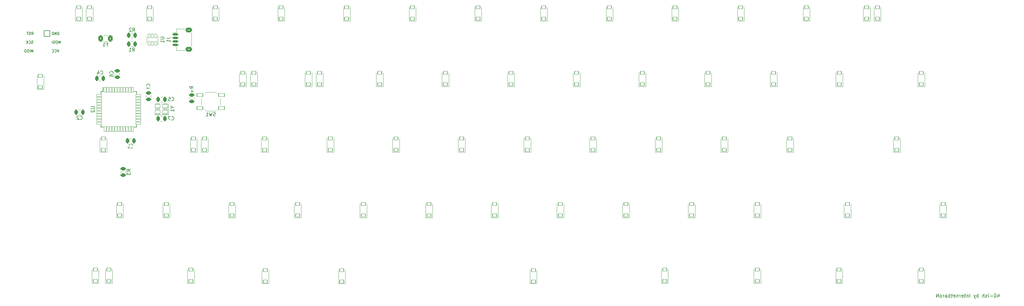
<source format=gbr>
%TF.GenerationSoftware,KiCad,Pcbnew,(6.0.6)*%
%TF.CreationDate,2022-07-22T23:56:38+02:00*%
%TF.ProjectId,bakeneko-60-pcb,62616b65-6e65-46b6-9f2d-36302d706362,rev?*%
%TF.SameCoordinates,Original*%
%TF.FileFunction,Legend,Bot*%
%TF.FilePolarity,Positive*%
%FSLAX46Y46*%
G04 Gerber Fmt 4.6, Leading zero omitted, Abs format (unit mm)*
G04 Created by KiCad (PCBNEW (6.0.6)) date 2022-07-22 23:56:38*
%MOMM*%
%LPD*%
G01*
G04 APERTURE LIST*
G04 Aperture macros list*
%AMRoundRect*
0 Rectangle with rounded corners*
0 $1 Rounding radius*
0 $2 $3 $4 $5 $6 $7 $8 $9 X,Y pos of 4 corners*
0 Add a 4 corners polygon primitive as box body*
4,1,4,$2,$3,$4,$5,$6,$7,$8,$9,$2,$3,0*
0 Add four circle primitives for the rounded corners*
1,1,$1+$1,$2,$3*
1,1,$1+$1,$4,$5*
1,1,$1+$1,$6,$7*
1,1,$1+$1,$8,$9*
0 Add four rect primitives between the rounded corners*
20,1,$1+$1,$2,$3,$4,$5,0*
20,1,$1+$1,$4,$5,$6,$7,0*
20,1,$1+$1,$6,$7,$8,$9,0*
20,1,$1+$1,$8,$9,$2,$3,0*%
G04 Aperture macros list end*
%ADD10C,0.150000*%
%ADD11C,0.120000*%
%ADD12C,1.850000*%
%ADD13C,4.087800*%
%ADD14C,2.350000*%
%ADD15C,3.148000*%
%ADD16RoundRect,0.300000X-0.375000X-0.625000X0.375000X-0.625000X0.375000X0.625000X-0.375000X0.625000X0*%
%ADD17RoundRect,0.200000X-0.625000X0.150000X-0.625000X-0.150000X0.625000X-0.150000X0.625000X0.150000X0*%
%ADD18RoundRect,0.300000X-0.650000X0.350000X-0.650000X-0.350000X0.650000X-0.350000X0.650000X0.350000X0*%
%ADD19O,1.800000X1.800000*%
%ADD20RoundRect,0.050000X0.850000X0.850000X-0.850000X0.850000X-0.850000X-0.850000X0.850000X-0.850000X0*%
%ADD21RoundRect,0.293750X-0.243750X-0.456250X0.243750X-0.456250X0.243750X0.456250X-0.243750X0.456250X0*%
%ADD22RoundRect,0.050000X-0.850000X-0.500000X0.850000X-0.500000X0.850000X0.500000X-0.850000X0.500000X0*%
%ADD23RoundRect,0.293750X0.243750X0.456250X-0.243750X0.456250X-0.243750X-0.456250X0.243750X-0.456250X0*%
%ADD24RoundRect,0.050000X-0.275000X0.750000X-0.275000X-0.750000X0.275000X-0.750000X0.275000X0.750000X0*%
%ADD25RoundRect,0.050000X0.750000X0.275000X-0.750000X0.275000X-0.750000X-0.275000X0.750000X-0.275000X0*%
%ADD26RoundRect,0.050000X0.700000X0.600000X-0.700000X0.600000X-0.700000X-0.600000X0.700000X-0.600000X0*%
%ADD27RoundRect,0.293750X-0.456250X0.243750X-0.456250X-0.243750X0.456250X-0.243750X0.456250X0.243750X0*%
%ADD28RoundRect,0.050000X0.600000X-0.450000X0.600000X0.450000X-0.600000X0.450000X-0.600000X-0.450000X0*%
%ADD29RoundRect,0.293750X0.456250X-0.243750X0.456250X0.243750X-0.456250X0.243750X-0.456250X-0.243750X0*%
%ADD30RoundRect,0.050000X0.325000X-0.530000X0.325000X0.530000X-0.325000X0.530000X-0.325000X-0.530000X0*%
%ADD31C,0.900000*%
G04 APERTURE END LIST*
D10*
X283582143Y-91693215D02*
X283582143Y-92359881D01*
X283820238Y-91312262D02*
X284058334Y-92026548D01*
X283439286Y-92026548D01*
X282867857Y-91359881D02*
X282772619Y-91359881D01*
X282677381Y-91407501D01*
X282629762Y-91455120D01*
X282582143Y-91550358D01*
X282534524Y-91740834D01*
X282534524Y-91978929D01*
X282582143Y-92169405D01*
X282629762Y-92264643D01*
X282677381Y-92312262D01*
X282772619Y-92359881D01*
X282867857Y-92359881D01*
X282963096Y-92312262D01*
X283010715Y-92264643D01*
X283058334Y-92169405D01*
X283105953Y-91978929D01*
X283105953Y-91740834D01*
X283058334Y-91550358D01*
X283010715Y-91455120D01*
X282963096Y-91407501D01*
X282867857Y-91359881D01*
X282105953Y-91978929D02*
X281344048Y-91978929D01*
X280867857Y-92359881D02*
X280867857Y-91693215D01*
X280867857Y-91359881D02*
X280915477Y-91407501D01*
X280867857Y-91455120D01*
X280820238Y-91407501D01*
X280867857Y-91359881D01*
X280867857Y-91455120D01*
X280439286Y-92312262D02*
X280344048Y-92359881D01*
X280153572Y-92359881D01*
X280058334Y-92312262D01*
X280010715Y-92217024D01*
X280010715Y-92169405D01*
X280058334Y-92074167D01*
X280153572Y-92026548D01*
X280296429Y-92026548D01*
X280391667Y-91978929D01*
X280439286Y-91883691D01*
X280439286Y-91836072D01*
X280391667Y-91740834D01*
X280296429Y-91693215D01*
X280153572Y-91693215D01*
X280058334Y-91740834D01*
X279582143Y-92359881D02*
X279582143Y-91359881D01*
X279153572Y-92359881D02*
X279153572Y-91836072D01*
X279201191Y-91740834D01*
X279296429Y-91693215D01*
X279439286Y-91693215D01*
X279534524Y-91740834D01*
X279582143Y-91788453D01*
X277915477Y-92359881D02*
X277915477Y-91359881D01*
X277915477Y-91740834D02*
X277820238Y-91693215D01*
X277629762Y-91693215D01*
X277534524Y-91740834D01*
X277486905Y-91788453D01*
X277439286Y-91883691D01*
X277439286Y-92169405D01*
X277486905Y-92264643D01*
X277534524Y-92312262D01*
X277629762Y-92359881D01*
X277820238Y-92359881D01*
X277915477Y-92312262D01*
X277105953Y-91693215D02*
X276867857Y-92359881D01*
X276629762Y-91693215D02*
X276867857Y-92359881D01*
X276963096Y-92597977D01*
X277010715Y-92645596D01*
X277105953Y-92693215D01*
X275486905Y-92359881D02*
X275486905Y-91359881D01*
X275010715Y-91693215D02*
X275010715Y-92359881D01*
X275010715Y-91788453D02*
X274963096Y-91740834D01*
X274867857Y-91693215D01*
X274725000Y-91693215D01*
X274629762Y-91740834D01*
X274582143Y-91836072D01*
X274582143Y-92359881D01*
X274248810Y-91693215D02*
X273867857Y-91693215D01*
X274105953Y-91359881D02*
X274105953Y-92217024D01*
X274058334Y-92312262D01*
X273963096Y-92359881D01*
X273867857Y-92359881D01*
X273153572Y-92312262D02*
X273248810Y-92359881D01*
X273439286Y-92359881D01*
X273534524Y-92312262D01*
X273582143Y-92217024D01*
X273582143Y-91836072D01*
X273534524Y-91740834D01*
X273439286Y-91693215D01*
X273248810Y-91693215D01*
X273153572Y-91740834D01*
X273105953Y-91836072D01*
X273105953Y-91931310D01*
X273582143Y-92026548D01*
X272677381Y-92359881D02*
X272677381Y-91693215D01*
X272677381Y-91883691D02*
X272629762Y-91788453D01*
X272582143Y-91740834D01*
X272486905Y-91693215D01*
X272391667Y-91693215D01*
X272058334Y-91693215D02*
X272058334Y-92359881D01*
X272058334Y-91788453D02*
X272010715Y-91740834D01*
X271915477Y-91693215D01*
X271772619Y-91693215D01*
X271677381Y-91740834D01*
X271629762Y-91836072D01*
X271629762Y-92359881D01*
X270772619Y-92312262D02*
X270867857Y-92359881D01*
X271058334Y-92359881D01*
X271153572Y-92312262D01*
X271201191Y-92217024D01*
X271201191Y-91836072D01*
X271153572Y-91740834D01*
X271058334Y-91693215D01*
X270867857Y-91693215D01*
X270772619Y-91740834D01*
X270725000Y-91836072D01*
X270725000Y-91931310D01*
X271201191Y-92026548D01*
X270439286Y-91693215D02*
X270058334Y-91693215D01*
X270296429Y-91359881D02*
X270296429Y-92217024D01*
X270248810Y-92312262D01*
X270153572Y-92359881D01*
X270058334Y-92359881D01*
X269725000Y-92359881D02*
X269725000Y-91359881D01*
X269725000Y-91740834D02*
X269629762Y-91693215D01*
X269439286Y-91693215D01*
X269344048Y-91740834D01*
X269296429Y-91788453D01*
X269248810Y-91883691D01*
X269248810Y-92169405D01*
X269296429Y-92264643D01*
X269344048Y-92312262D01*
X269439286Y-92359881D01*
X269629762Y-92359881D01*
X269725000Y-92312262D01*
X268391667Y-92359881D02*
X268391667Y-91836072D01*
X268439286Y-91740834D01*
X268534524Y-91693215D01*
X268725000Y-91693215D01*
X268820238Y-91740834D01*
X268391667Y-92312262D02*
X268486905Y-92359881D01*
X268725000Y-92359881D01*
X268820238Y-92312262D01*
X268867857Y-92217024D01*
X268867857Y-92121786D01*
X268820238Y-92026548D01*
X268725000Y-91978929D01*
X268486905Y-91978929D01*
X268391667Y-91931310D01*
X267915477Y-92359881D02*
X267915477Y-91693215D01*
X267915477Y-91883691D02*
X267867857Y-91788453D01*
X267820238Y-91740834D01*
X267725000Y-91693215D01*
X267629762Y-91693215D01*
X267153572Y-92359881D02*
X267248810Y-92312262D01*
X267296429Y-92264643D01*
X267344048Y-92169405D01*
X267344048Y-91883691D01*
X267296429Y-91788453D01*
X267248810Y-91740834D01*
X267153572Y-91693215D01*
X267010715Y-91693215D01*
X266915477Y-91740834D01*
X266867857Y-91788453D01*
X266820238Y-91883691D01*
X266820238Y-92169405D01*
X266867857Y-92264643D01*
X266915477Y-92312262D01*
X267010715Y-92359881D01*
X267153572Y-92359881D01*
X266391667Y-92359881D02*
X266391667Y-91359881D01*
X265820238Y-92359881D01*
X265820238Y-91359881D01*
%TO.C,F1*%
X25043333Y-18868571D02*
X25376666Y-18868571D01*
X25376666Y-19392380D02*
X25376666Y-18392380D01*
X24900476Y-18392380D01*
X23995714Y-19392380D02*
X24567142Y-19392380D01*
X24281428Y-19392380D02*
X24281428Y-18392380D01*
X24376666Y-18535238D01*
X24471904Y-18630476D01*
X24567142Y-18678095D01*
%TO.C,J1*%
X42472380Y-17166666D02*
X43186666Y-17166666D01*
X43329523Y-17119047D01*
X43424761Y-17023809D01*
X43472380Y-16880952D01*
X43472380Y-16785714D01*
X43472380Y-18166666D02*
X43472380Y-17595238D01*
X43472380Y-17880952D02*
X42472380Y-17880952D01*
X42615238Y-17785714D01*
X42710476Y-17690476D01*
X42758095Y-17595238D01*
%TO.C,J2*%
X11168928Y-20396786D02*
X10918928Y-21146786D01*
X10668928Y-20396786D01*
X9990357Y-21075358D02*
X10026071Y-21111072D01*
X10133214Y-21146786D01*
X10204642Y-21146786D01*
X10311785Y-21111072D01*
X10383214Y-21039643D01*
X10418928Y-20968215D01*
X10454642Y-20825358D01*
X10454642Y-20718215D01*
X10418928Y-20575358D01*
X10383214Y-20503929D01*
X10311785Y-20432501D01*
X10204642Y-20396786D01*
X10133214Y-20396786D01*
X10026071Y-20432501D01*
X9990357Y-20468215D01*
X9240357Y-21075358D02*
X9276071Y-21111072D01*
X9383214Y-21146786D01*
X9454642Y-21146786D01*
X9561785Y-21111072D01*
X9633214Y-21039643D01*
X9668928Y-20968215D01*
X9704642Y-20825358D01*
X9704642Y-20718215D01*
X9668928Y-20575358D01*
X9633214Y-20503929D01*
X9561785Y-20432501D01*
X9454642Y-20396786D01*
X9383214Y-20396786D01*
X9276071Y-20432501D01*
X9240357Y-20468215D01*
X11633214Y-18606786D02*
X11633214Y-17856786D01*
X11383214Y-18392501D01*
X11133214Y-17856786D01*
X11133214Y-18606786D01*
X10633214Y-17856786D02*
X10490357Y-17856786D01*
X10418928Y-17892501D01*
X10347500Y-17963929D01*
X10311785Y-18106786D01*
X10311785Y-18356786D01*
X10347500Y-18499643D01*
X10418928Y-18571072D01*
X10490357Y-18606786D01*
X10633214Y-18606786D01*
X10704642Y-18571072D01*
X10776071Y-18499643D01*
X10811785Y-18356786D01*
X10811785Y-18106786D01*
X10776071Y-17963929D01*
X10704642Y-17892501D01*
X10633214Y-17856786D01*
X10026071Y-18571072D02*
X9918928Y-18606786D01*
X9740357Y-18606786D01*
X9668928Y-18571072D01*
X9633214Y-18535358D01*
X9597500Y-18463929D01*
X9597500Y-18392501D01*
X9633214Y-18321072D01*
X9668928Y-18285358D01*
X9740357Y-18249643D01*
X9883214Y-18213929D01*
X9954642Y-18178215D01*
X9990357Y-18142501D01*
X10026071Y-18071072D01*
X10026071Y-17999643D01*
X9990357Y-17928215D01*
X9954642Y-17892501D01*
X9883214Y-17856786D01*
X9704642Y-17856786D01*
X9597500Y-17892501D01*
X9276071Y-18606786D02*
X9276071Y-17856786D01*
X3643928Y-21146786D02*
X3643928Y-20396786D01*
X3393928Y-20932501D01*
X3143928Y-20396786D01*
X3143928Y-21146786D01*
X2786785Y-21146786D02*
X2786785Y-20396786D01*
X2465357Y-21111072D02*
X2358214Y-21146786D01*
X2179642Y-21146786D01*
X2108214Y-21111072D01*
X2072500Y-21075358D01*
X2036785Y-21003929D01*
X2036785Y-20932501D01*
X2072500Y-20861072D01*
X2108214Y-20825358D01*
X2179642Y-20789643D01*
X2322500Y-20753929D01*
X2393928Y-20718215D01*
X2429642Y-20682501D01*
X2465357Y-20611072D01*
X2465357Y-20539643D01*
X2429642Y-20468215D01*
X2393928Y-20432501D01*
X2322500Y-20396786D01*
X2143928Y-20396786D01*
X2036785Y-20432501D01*
X1572500Y-20396786D02*
X1429642Y-20396786D01*
X1358214Y-20432501D01*
X1286785Y-20503929D01*
X1251071Y-20646786D01*
X1251071Y-20896786D01*
X1286785Y-21039643D01*
X1358214Y-21111072D01*
X1429642Y-21146786D01*
X1572500Y-21146786D01*
X1643928Y-21111072D01*
X1715357Y-21039643D01*
X1751071Y-20896786D01*
X1751071Y-20646786D01*
X1715357Y-20503929D01*
X1643928Y-20432501D01*
X1572500Y-20396786D01*
X10811785Y-15352501D02*
X10883214Y-15316786D01*
X10990357Y-15316786D01*
X11097500Y-15352501D01*
X11168928Y-15423929D01*
X11204642Y-15495358D01*
X11240357Y-15638215D01*
X11240357Y-15745358D01*
X11204642Y-15888215D01*
X11168928Y-15959643D01*
X11097500Y-16031072D01*
X10990357Y-16066786D01*
X10918928Y-16066786D01*
X10811785Y-16031072D01*
X10776071Y-15995358D01*
X10776071Y-15745358D01*
X10918928Y-15745358D01*
X10454642Y-16066786D02*
X10454642Y-15316786D01*
X10026071Y-16066786D01*
X10026071Y-15316786D01*
X9668928Y-16066786D02*
X9668928Y-15316786D01*
X9490357Y-15316786D01*
X9383214Y-15352501D01*
X9311785Y-15423929D01*
X9276071Y-15495358D01*
X9240357Y-15638215D01*
X9240357Y-15745358D01*
X9276071Y-15888215D01*
X9311785Y-15959643D01*
X9383214Y-16031072D01*
X9490357Y-16066786D01*
X9668928Y-16066786D01*
X3679642Y-18571072D02*
X3572500Y-18606786D01*
X3393928Y-18606786D01*
X3322500Y-18571072D01*
X3286785Y-18535358D01*
X3251071Y-18463929D01*
X3251071Y-18392501D01*
X3286785Y-18321072D01*
X3322500Y-18285358D01*
X3393928Y-18249643D01*
X3536785Y-18213929D01*
X3608214Y-18178215D01*
X3643928Y-18142501D01*
X3679642Y-18071072D01*
X3679642Y-17999643D01*
X3643928Y-17928215D01*
X3608214Y-17892501D01*
X3536785Y-17856786D01*
X3358214Y-17856786D01*
X3251071Y-17892501D01*
X2501071Y-18535358D02*
X2536785Y-18571072D01*
X2643928Y-18606786D01*
X2715357Y-18606786D01*
X2822500Y-18571072D01*
X2893928Y-18499643D01*
X2929642Y-18428215D01*
X2965357Y-18285358D01*
X2965357Y-18178215D01*
X2929642Y-18035358D01*
X2893928Y-17963929D01*
X2822500Y-17892501D01*
X2715357Y-17856786D01*
X2643928Y-17856786D01*
X2536785Y-17892501D01*
X2501071Y-17928215D01*
X2179642Y-18606786D02*
X2179642Y-17856786D01*
X1751071Y-18606786D02*
X2072500Y-18178215D01*
X1751071Y-17856786D02*
X2179642Y-18285358D01*
X3215357Y-16066786D02*
X3465357Y-15709643D01*
X3643928Y-16066786D02*
X3643928Y-15316786D01*
X3358214Y-15316786D01*
X3286785Y-15352501D01*
X3251071Y-15388215D01*
X3215357Y-15459643D01*
X3215357Y-15566786D01*
X3251071Y-15638215D01*
X3286785Y-15673929D01*
X3358214Y-15709643D01*
X3643928Y-15709643D01*
X2929642Y-16031072D02*
X2822500Y-16066786D01*
X2643928Y-16066786D01*
X2572500Y-16031072D01*
X2536785Y-15995358D01*
X2501071Y-15923929D01*
X2501071Y-15852501D01*
X2536785Y-15781072D01*
X2572500Y-15745358D01*
X2643928Y-15709643D01*
X2786785Y-15673929D01*
X2858214Y-15638215D01*
X2893928Y-15602501D01*
X2929642Y-15531072D01*
X2929642Y-15459643D01*
X2893928Y-15388215D01*
X2858214Y-15352501D01*
X2786785Y-15316786D01*
X2608214Y-15316786D01*
X2501071Y-15352501D01*
X2286785Y-15316786D02*
X1858214Y-15316786D01*
X2072500Y-16066786D02*
X2072500Y-15316786D01*
%TO.C,R1*%
X32506666Y-20852380D02*
X32840000Y-20376190D01*
X33078095Y-20852380D02*
X33078095Y-19852380D01*
X32697142Y-19852380D01*
X32601904Y-19900000D01*
X32554285Y-19947619D01*
X32506666Y-20042857D01*
X32506666Y-20185714D01*
X32554285Y-20280952D01*
X32601904Y-20328571D01*
X32697142Y-20376190D01*
X33078095Y-20376190D01*
X31554285Y-20852380D02*
X32125714Y-20852380D01*
X31840000Y-20852380D02*
X31840000Y-19852380D01*
X31935238Y-19995238D01*
X32030476Y-20090476D01*
X32125714Y-20138095D01*
%TO.C,R2*%
X32556666Y-15118630D02*
X32890000Y-14642440D01*
X33128095Y-15118630D02*
X33128095Y-14118630D01*
X32747142Y-14118630D01*
X32651904Y-14166250D01*
X32604285Y-14213869D01*
X32556666Y-14309107D01*
X32556666Y-14451964D01*
X32604285Y-14547202D01*
X32651904Y-14594821D01*
X32747142Y-14642440D01*
X33128095Y-14642440D01*
X32175714Y-14213869D02*
X32128095Y-14166250D01*
X32032857Y-14118630D01*
X31794761Y-14118630D01*
X31699523Y-14166250D01*
X31651904Y-14213869D01*
X31604285Y-14309107D01*
X31604285Y-14404345D01*
X31651904Y-14547202D01*
X32223333Y-15118630D01*
X31604285Y-15118630D01*
%TO.C,SW1*%
X56577083Y-39639761D02*
X56434226Y-39687380D01*
X56196130Y-39687380D01*
X56100892Y-39639761D01*
X56053273Y-39592142D01*
X56005654Y-39496904D01*
X56005654Y-39401666D01*
X56053273Y-39306428D01*
X56100892Y-39258809D01*
X56196130Y-39211190D01*
X56386607Y-39163571D01*
X56481845Y-39115952D01*
X56529464Y-39068333D01*
X56577083Y-38973095D01*
X56577083Y-38877857D01*
X56529464Y-38782619D01*
X56481845Y-38735000D01*
X56386607Y-38687380D01*
X56148511Y-38687380D01*
X56005654Y-38735000D01*
X55672321Y-38687380D02*
X55434226Y-39687380D01*
X55243750Y-38973095D01*
X55053273Y-39687380D01*
X54815178Y-38687380D01*
X53910416Y-39687380D02*
X54481845Y-39687380D01*
X54196130Y-39687380D02*
X54196130Y-38687380D01*
X54291369Y-38830238D01*
X54386607Y-38925476D01*
X54481845Y-38973095D01*
%TO.C,C5*%
X43902916Y-35188392D02*
X43950535Y-35236011D01*
X44093392Y-35283630D01*
X44188630Y-35283630D01*
X44331488Y-35236011D01*
X44426726Y-35140773D01*
X44474345Y-35045535D01*
X44521964Y-34855059D01*
X44521964Y-34712202D01*
X44474345Y-34521726D01*
X44426726Y-34426488D01*
X44331488Y-34331250D01*
X44188630Y-34283630D01*
X44093392Y-34283630D01*
X43950535Y-34331250D01*
X43902916Y-34378869D01*
X42998154Y-34283630D02*
X43474345Y-34283630D01*
X43521964Y-34759821D01*
X43474345Y-34712202D01*
X43379107Y-34664583D01*
X43141011Y-34664583D01*
X43045773Y-34712202D01*
X42998154Y-34759821D01*
X42950535Y-34855059D01*
X42950535Y-35093154D01*
X42998154Y-35188392D01*
X43045773Y-35236011D01*
X43141011Y-35283630D01*
X43379107Y-35283630D01*
X43474345Y-35236011D01*
X43521964Y-35188392D01*
%TO.C,C4*%
X23290416Y-27457142D02*
X23338035Y-27504761D01*
X23480892Y-27552380D01*
X23576130Y-27552380D01*
X23718988Y-27504761D01*
X23814226Y-27409523D01*
X23861845Y-27314285D01*
X23909464Y-27123809D01*
X23909464Y-26980952D01*
X23861845Y-26790476D01*
X23814226Y-26695238D01*
X23718988Y-26600000D01*
X23576130Y-26552380D01*
X23480892Y-26552380D01*
X23338035Y-26600000D01*
X23290416Y-26647619D01*
X22433273Y-26885714D02*
X22433273Y-27552380D01*
X22671369Y-26504761D02*
X22909464Y-27219047D01*
X22290416Y-27219047D01*
%TO.C,C3*%
X32226666Y-48917142D02*
X32274285Y-48964761D01*
X32417142Y-49012380D01*
X32512380Y-49012380D01*
X32655238Y-48964761D01*
X32750476Y-48869523D01*
X32798095Y-48774285D01*
X32845714Y-48583809D01*
X32845714Y-48440952D01*
X32798095Y-48250476D01*
X32750476Y-48155238D01*
X32655238Y-48060000D01*
X32512380Y-48012380D01*
X32417142Y-48012380D01*
X32274285Y-48060000D01*
X32226666Y-48107619D01*
X31893333Y-48012380D02*
X31274285Y-48012380D01*
X31607619Y-48393333D01*
X31464761Y-48393333D01*
X31369523Y-48440952D01*
X31321904Y-48488571D01*
X31274285Y-48583809D01*
X31274285Y-48821904D01*
X31321904Y-48917142D01*
X31369523Y-48964761D01*
X31464761Y-49012380D01*
X31750476Y-49012380D01*
X31845714Y-48964761D01*
X31893333Y-48917142D01*
%TO.C,U2*%
X20556130Y-36996845D02*
X21365654Y-36996845D01*
X21460892Y-37044464D01*
X21508511Y-37092083D01*
X21556130Y-37187321D01*
X21556130Y-37377797D01*
X21508511Y-37473035D01*
X21460892Y-37520654D01*
X21365654Y-37568273D01*
X20556130Y-37568273D01*
X20651369Y-37996845D02*
X20603750Y-38044464D01*
X20556130Y-38139702D01*
X20556130Y-38377797D01*
X20603750Y-38473035D01*
X20651369Y-38520654D01*
X20746607Y-38568273D01*
X20841845Y-38568273D01*
X20984702Y-38520654D01*
X21556130Y-37949226D01*
X21556130Y-38568273D01*
%TO.C,Y1*%
X44097440Y-37157559D02*
X44573630Y-37157559D01*
X43573630Y-36824226D02*
X44097440Y-37157559D01*
X43573630Y-37490892D01*
X44573630Y-38348035D02*
X44573630Y-37776607D01*
X44573630Y-38062321D02*
X43573630Y-38062321D01*
X43716488Y-37967083D01*
X43811726Y-37871845D01*
X43859345Y-37776607D01*
%TO.C,C1*%
X37505892Y-30989583D02*
X37553511Y-30941964D01*
X37601130Y-30799107D01*
X37601130Y-30703869D01*
X37553511Y-30561011D01*
X37458273Y-30465773D01*
X37363035Y-30418154D01*
X37172559Y-30370535D01*
X37029702Y-30370535D01*
X36839226Y-30418154D01*
X36743988Y-30465773D01*
X36648750Y-30561011D01*
X36601130Y-30703869D01*
X36601130Y-30799107D01*
X36648750Y-30941964D01*
X36696369Y-30989583D01*
X37601130Y-31941964D02*
X37601130Y-31370535D01*
X37601130Y-31656250D02*
X36601130Y-31656250D01*
X36743988Y-31561011D01*
X36839226Y-31465773D01*
X36886845Y-31370535D01*
%TO.C,R4*%
X50173630Y-31677083D02*
X49697440Y-31343750D01*
X50173630Y-31105654D02*
X49173630Y-31105654D01*
X49173630Y-31486607D01*
X49221250Y-31581845D01*
X49268869Y-31629464D01*
X49364107Y-31677083D01*
X49506964Y-31677083D01*
X49602202Y-31629464D01*
X49649821Y-31581845D01*
X49697440Y-31486607D01*
X49697440Y-31105654D01*
X49506964Y-32534226D02*
X50173630Y-32534226D01*
X49126011Y-32296130D02*
X49840297Y-32058035D01*
X49840297Y-32677083D01*
%TO.C,C6*%
X26827142Y-27303333D02*
X26874761Y-27255714D01*
X26922380Y-27112857D01*
X26922380Y-27017619D01*
X26874761Y-26874761D01*
X26779523Y-26779523D01*
X26684285Y-26731904D01*
X26493809Y-26684285D01*
X26350952Y-26684285D01*
X26160476Y-26731904D01*
X26065238Y-26779523D01*
X25970000Y-26874761D01*
X25922380Y-27017619D01*
X25922380Y-27112857D01*
X25970000Y-27255714D01*
X26017619Y-27303333D01*
X25922380Y-28160476D02*
X25922380Y-27970000D01*
X25970000Y-27874761D01*
X26017619Y-27827142D01*
X26160476Y-27731904D01*
X26350952Y-27684285D01*
X26731904Y-27684285D01*
X26827142Y-27731904D01*
X26874761Y-27779523D01*
X26922380Y-27874761D01*
X26922380Y-28065238D01*
X26874761Y-28160476D01*
X26827142Y-28208095D01*
X26731904Y-28255714D01*
X26493809Y-28255714D01*
X26398571Y-28208095D01*
X26350952Y-28160476D01*
X26303333Y-28065238D01*
X26303333Y-27874761D01*
X26350952Y-27779523D01*
X26398571Y-27731904D01*
X26493809Y-27684285D01*
%TO.C,C7*%
X43902916Y-40788392D02*
X43950535Y-40836011D01*
X44093392Y-40883630D01*
X44188630Y-40883630D01*
X44331488Y-40836011D01*
X44426726Y-40740773D01*
X44474345Y-40645535D01*
X44521964Y-40455059D01*
X44521964Y-40312202D01*
X44474345Y-40121726D01*
X44426726Y-40026488D01*
X44331488Y-39931250D01*
X44188630Y-39883630D01*
X44093392Y-39883630D01*
X43950535Y-39931250D01*
X43902916Y-39978869D01*
X43569583Y-39883630D02*
X42902916Y-39883630D01*
X43331488Y-40883630D01*
%TO.C,R3*%
X31926130Y-55783333D02*
X31449940Y-55450000D01*
X31926130Y-55211904D02*
X30926130Y-55211904D01*
X30926130Y-55592857D01*
X30973750Y-55688095D01*
X31021369Y-55735714D01*
X31116607Y-55783333D01*
X31259464Y-55783333D01*
X31354702Y-55735714D01*
X31402321Y-55688095D01*
X31449940Y-55592857D01*
X31449940Y-55211904D01*
X30926130Y-56116666D02*
X30926130Y-56735714D01*
X31307083Y-56402380D01*
X31307083Y-56545238D01*
X31354702Y-56640476D01*
X31402321Y-56688095D01*
X31497559Y-56735714D01*
X31735654Y-56735714D01*
X31830892Y-56688095D01*
X31878511Y-56640476D01*
X31926130Y-56545238D01*
X31926130Y-56259523D01*
X31878511Y-56164285D01*
X31830892Y-56116666D01*
%TO.C,C2*%
X17340416Y-40565892D02*
X17388035Y-40613511D01*
X17530892Y-40661130D01*
X17626130Y-40661130D01*
X17768988Y-40613511D01*
X17864226Y-40518273D01*
X17911845Y-40423035D01*
X17959464Y-40232559D01*
X17959464Y-40089702D01*
X17911845Y-39899226D01*
X17864226Y-39803988D01*
X17768988Y-39708750D01*
X17626130Y-39661130D01*
X17530892Y-39661130D01*
X17388035Y-39708750D01*
X17340416Y-39756369D01*
X16959464Y-39756369D02*
X16911845Y-39708750D01*
X16816607Y-39661130D01*
X16578511Y-39661130D01*
X16483273Y-39708750D01*
X16435654Y-39756369D01*
X16388035Y-39851607D01*
X16388035Y-39946845D01*
X16435654Y-40089702D01*
X17007083Y-40661130D01*
X16388035Y-40661130D01*
%TO.C,U1*%
X40676130Y-16738095D02*
X41485654Y-16738095D01*
X41580892Y-16785714D01*
X41628511Y-16833333D01*
X41676130Y-16928571D01*
X41676130Y-17119047D01*
X41628511Y-17214285D01*
X41580892Y-17261904D01*
X41485654Y-17309523D01*
X40676130Y-17309523D01*
X41676130Y-18309523D02*
X41676130Y-17738095D01*
X41676130Y-18023809D02*
X40676130Y-18023809D01*
X40818988Y-17928571D01*
X40914226Y-17833333D01*
X40961845Y-17738095D01*
D11*
%TO.C,F1*%
X24107936Y-18030000D02*
X25312064Y-18030000D01*
X24107936Y-16210000D02*
X25312064Y-16210000D01*
%TO.C,J1*%
X45215000Y-20610000D02*
X45215000Y-19560000D01*
X47715000Y-14390000D02*
X45215000Y-14390000D01*
X49685000Y-15560000D02*
X49685000Y-19440000D01*
X47715000Y-20610000D02*
X45215000Y-20610000D01*
X45215000Y-14390000D02*
X45215000Y-15440000D01*
X45215000Y-15440000D02*
X44225000Y-15440000D01*
%TO.C,R1*%
X32081422Y-18040000D02*
X32598578Y-18040000D01*
X32081422Y-19460000D02*
X32598578Y-19460000D01*
%TO.C,R2*%
X32081422Y-16960000D02*
X32598578Y-16960000D01*
X32081422Y-15540000D02*
X32598578Y-15540000D01*
%TO.C,SW1*%
X52493750Y-36485000D02*
X52493750Y-34485000D01*
X57993750Y-36485000D02*
X57993750Y-34485000D01*
X53993750Y-38235000D02*
X56493750Y-38235000D01*
X56943750Y-37785000D02*
X56493750Y-38235000D01*
X53993750Y-32735000D02*
X56493750Y-32735000D01*
X56943750Y-33185000D02*
X56493750Y-32735000D01*
X53543750Y-37785000D02*
X53993750Y-38235000D01*
X53543750Y-33185000D02*
X53993750Y-32735000D01*
%TO.C,C5*%
X41218578Y-34160000D02*
X40701422Y-34160000D01*
X41218578Y-35580000D02*
X40701422Y-35580000D01*
%TO.C,C4*%
X23382328Y-28040000D02*
X22865172Y-28040000D01*
X23382328Y-29460000D02*
X22865172Y-29460000D01*
%TO.C,C3*%
X31801422Y-46200000D02*
X32318578Y-46200000D01*
X31801422Y-47620000D02*
X32318578Y-47620000D01*
D10*
%TO.C,U2*%
X33728750Y-32583750D02*
X33053750Y-32583750D01*
X23378750Y-42933750D02*
X24053750Y-42933750D01*
X23378750Y-32583750D02*
X23378750Y-33258750D01*
X33728750Y-42933750D02*
X33053750Y-42933750D01*
X23953750Y-32583750D02*
X23953750Y-31308750D01*
X33728750Y-42933750D02*
X33728750Y-42258750D01*
X23378750Y-32583750D02*
X23953750Y-32583750D01*
X23378750Y-42933750D02*
X23378750Y-42258750D01*
X33728750Y-32583750D02*
X33728750Y-33258750D01*
D11*
%TO.C,Y1*%
X42960000Y-39320000D02*
X38960000Y-39320000D01*
X42960000Y-36020000D02*
X42960000Y-39320000D01*
%TO.C,C1*%
X36450000Y-33661422D02*
X36450000Y-34178578D01*
X37870000Y-33661422D02*
X37870000Y-34178578D01*
%TO.C,R4*%
X50420000Y-34261422D02*
X50420000Y-34778578D01*
X49000000Y-34261422D02*
X49000000Y-34778578D01*
%TO.C,D1*%
X15937500Y-12043750D02*
X15937500Y-8143750D01*
X17937500Y-12043750D02*
X15937500Y-12043750D01*
X17937500Y-12043750D02*
X17937500Y-8143750D01*
%TO.C,D2*%
X19112500Y-12043750D02*
X19112500Y-8143750D01*
X21112500Y-12043750D02*
X19112500Y-12043750D01*
X21112500Y-12043750D02*
X21112500Y-8143750D01*
%TO.C,D3*%
X36575000Y-12043750D02*
X36575000Y-8143750D01*
X38575000Y-12043750D02*
X38575000Y-8143750D01*
X38575000Y-12043750D02*
X36575000Y-12043750D01*
%TO.C,D4*%
X55625000Y-12043750D02*
X55625000Y-8143750D01*
X57625000Y-12043750D02*
X57625000Y-8143750D01*
X57625000Y-12043750D02*
X55625000Y-12043750D01*
%TO.C,D5*%
X76675000Y-12043750D02*
X76675000Y-8143750D01*
X76675000Y-12043750D02*
X74675000Y-12043750D01*
X74675000Y-12043750D02*
X74675000Y-8143750D01*
%TO.C,D6*%
X93725000Y-12043750D02*
X93725000Y-8143750D01*
X95725000Y-12043750D02*
X95725000Y-8143750D01*
X95725000Y-12043750D02*
X93725000Y-12043750D01*
%TO.C,D7*%
X114775000Y-12043750D02*
X112775000Y-12043750D01*
X112775000Y-12043750D02*
X112775000Y-8143750D01*
X114775000Y-12043750D02*
X114775000Y-8143750D01*
%TO.C,D8*%
X131825000Y-12043750D02*
X131825000Y-8143750D01*
X133825000Y-12043750D02*
X131825000Y-12043750D01*
X133825000Y-12043750D02*
X133825000Y-8143750D01*
%TO.C,D9*%
X152875000Y-12043750D02*
X150875000Y-12043750D01*
X152875000Y-12043750D02*
X152875000Y-8143750D01*
X150875000Y-12043750D02*
X150875000Y-8143750D01*
%TO.C,D10*%
X171925000Y-12043750D02*
X169925000Y-12043750D01*
X169925000Y-12043750D02*
X169925000Y-8143750D01*
X171925000Y-12043750D02*
X171925000Y-8143750D01*
%TO.C,D11*%
X188975000Y-12043750D02*
X188975000Y-8143750D01*
X190975000Y-12043750D02*
X190975000Y-8143750D01*
X190975000Y-12043750D02*
X188975000Y-12043750D01*
%TO.C,D12*%
X210025000Y-12043750D02*
X208025000Y-12043750D01*
X210025000Y-12043750D02*
X210025000Y-8143750D01*
X208025000Y-12043750D02*
X208025000Y-8143750D01*
%TO.C,D14*%
X247655000Y-12043750D02*
X247655000Y-8143750D01*
X249655000Y-12043750D02*
X247655000Y-12043750D01*
X249655000Y-12043750D02*
X249655000Y-8143750D01*
%TO.C,D15*%
X246585000Y-12043750D02*
X246585000Y-8143750D01*
X246585000Y-12043750D02*
X244585000Y-12043750D01*
X244585000Y-12043750D02*
X244585000Y-8143750D01*
%TO.C,D16*%
X6825000Y-31887500D02*
X6825000Y-27987500D01*
X6825000Y-31887500D02*
X4825000Y-31887500D01*
X4825000Y-31887500D02*
X4825000Y-27987500D01*
%TO.C,D17*%
X68737500Y-31093750D02*
X68737500Y-27193750D01*
X66737500Y-31093750D02*
X66737500Y-27193750D01*
X68737500Y-31093750D02*
X66737500Y-31093750D01*
%TO.C,D18*%
X65562500Y-31093750D02*
X65562500Y-27193750D01*
X63562500Y-31093750D02*
X63562500Y-27193750D01*
X65562500Y-31093750D02*
X63562500Y-31093750D01*
%TO.C,D19*%
X84612500Y-31093750D02*
X82612500Y-31093750D01*
X84612500Y-31093750D02*
X84612500Y-27193750D01*
X82612500Y-31093750D02*
X82612500Y-27193750D01*
%TO.C,D20*%
X87787500Y-31093750D02*
X87787500Y-27193750D01*
X85787500Y-31093750D02*
X85787500Y-27193750D01*
X87787500Y-31093750D02*
X85787500Y-31093750D01*
%TO.C,D21*%
X103250000Y-31093750D02*
X103250000Y-27193750D01*
X105250000Y-31093750D02*
X103250000Y-31093750D01*
X105250000Y-31093750D02*
X105250000Y-27193750D01*
%TO.C,D22*%
X124300000Y-31093750D02*
X122300000Y-31093750D01*
X122300000Y-31093750D02*
X122300000Y-27193750D01*
X124300000Y-31093750D02*
X124300000Y-27193750D01*
%TO.C,D23*%
X143350000Y-31093750D02*
X141350000Y-31093750D01*
X143350000Y-31093750D02*
X143350000Y-27193750D01*
X141350000Y-31093750D02*
X141350000Y-27193750D01*
%TO.C,D24*%
X160400000Y-31093750D02*
X160400000Y-27193750D01*
X162400000Y-31093750D02*
X160400000Y-31093750D01*
X162400000Y-31093750D02*
X162400000Y-27193750D01*
%TO.C,D25*%
X181450000Y-31093750D02*
X179450000Y-31093750D01*
X179450000Y-31093750D02*
X179450000Y-27193750D01*
X181450000Y-31093750D02*
X181450000Y-27193750D01*
%TO.C,D26*%
X200500000Y-31093750D02*
X200500000Y-27193750D01*
X200500000Y-31093750D02*
X198500000Y-31093750D01*
X198500000Y-31093750D02*
X198500000Y-27193750D01*
%TO.C,D27*%
X219550000Y-31093750D02*
X219550000Y-27193750D01*
X217550000Y-31093750D02*
X217550000Y-27193750D01*
X219550000Y-31093750D02*
X217550000Y-31093750D01*
%TO.C,D28*%
X238600000Y-31093750D02*
X236600000Y-31093750D01*
X238600000Y-31093750D02*
X238600000Y-27193750D01*
X236600000Y-31093750D02*
X236600000Y-27193750D01*
%TO.C,D29*%
X262412500Y-31093750D02*
X262412500Y-27193750D01*
X262412500Y-31093750D02*
X260412500Y-31093750D01*
X260412500Y-31093750D02*
X260412500Y-27193750D01*
%TO.C,D30*%
X23081250Y-50143750D02*
X23081250Y-46243750D01*
X25081250Y-50143750D02*
X25081250Y-46243750D01*
X25081250Y-50143750D02*
X23081250Y-50143750D01*
%TO.C,D31*%
X49275000Y-50143750D02*
X49275000Y-46243750D01*
X51275000Y-50143750D02*
X49275000Y-50143750D01*
X51275000Y-50143750D02*
X51275000Y-46243750D01*
%TO.C,D32*%
X54450000Y-50143750D02*
X52450000Y-50143750D01*
X54450000Y-50143750D02*
X54450000Y-46243750D01*
X52450000Y-50143750D02*
X52450000Y-46243750D01*
%TO.C,D33*%
X71912500Y-50143750D02*
X69912500Y-50143750D01*
X71912500Y-50143750D02*
X71912500Y-46243750D01*
X69912500Y-50143750D02*
X69912500Y-46243750D01*
%TO.C,D35*%
X110012500Y-50143750D02*
X110012500Y-46243750D01*
X108012500Y-50143750D02*
X108012500Y-46243750D01*
X110012500Y-50143750D02*
X108012500Y-50143750D01*
%TO.C,D36*%
X129062500Y-50143750D02*
X127062500Y-50143750D01*
X127062500Y-50143750D02*
X127062500Y-46243750D01*
X129062500Y-50143750D02*
X129062500Y-46243750D01*
%TO.C,D37*%
X148112500Y-50143750D02*
X148112500Y-46243750D01*
X146112500Y-50143750D02*
X146112500Y-46243750D01*
X148112500Y-50143750D02*
X146112500Y-50143750D01*
%TO.C,D38*%
X167162500Y-50143750D02*
X167162500Y-46243750D01*
X167162500Y-50143750D02*
X165162500Y-50143750D01*
X165162500Y-50143750D02*
X165162500Y-46243750D01*
%TO.C,D39*%
X186212500Y-50143750D02*
X184212500Y-50143750D01*
X186212500Y-50143750D02*
X186212500Y-46243750D01*
X184212500Y-50143750D02*
X184212500Y-46243750D01*
%TO.C,D40*%
X205262500Y-50143750D02*
X203262500Y-50143750D01*
X205262500Y-50143750D02*
X205262500Y-46243750D01*
X203262500Y-50143750D02*
X203262500Y-46243750D01*
%TO.C,D41*%
X222312500Y-50143750D02*
X222312500Y-46243750D01*
X224312500Y-50143750D02*
X222312500Y-50143750D01*
X224312500Y-50143750D02*
X224312500Y-46243750D01*
%TO.C,D42*%
X253268750Y-50143750D02*
X253268750Y-46243750D01*
X255268750Y-50143750D02*
X253268750Y-50143750D01*
X255268750Y-50143750D02*
X255268750Y-46243750D01*
%TO.C,D43*%
X29843750Y-69193750D02*
X27843750Y-69193750D01*
X27843750Y-69193750D02*
X27843750Y-65293750D01*
X29843750Y-69193750D02*
X29843750Y-65293750D01*
%TO.C,D44*%
X41337500Y-69193750D02*
X41337500Y-65293750D01*
X43337500Y-69193750D02*
X43337500Y-65293750D01*
X43337500Y-69193750D02*
X41337500Y-69193750D01*
%TO.C,D45*%
X60387500Y-69193750D02*
X60387500Y-65293750D01*
X62387500Y-69193750D02*
X60387500Y-69193750D01*
X62387500Y-69193750D02*
X62387500Y-65293750D01*
%TO.C,D46*%
X79437500Y-69193750D02*
X79437500Y-65293750D01*
X81437500Y-69193750D02*
X81437500Y-65293750D01*
X81437500Y-69193750D02*
X79437500Y-69193750D01*
%TO.C,D47*%
X98487500Y-69193750D02*
X98487500Y-65293750D01*
X100487500Y-69193750D02*
X100487500Y-65293750D01*
X100487500Y-69193750D02*
X98487500Y-69193750D01*
%TO.C,D48*%
X119537500Y-69193750D02*
X119537500Y-65293750D01*
X119537500Y-69193750D02*
X117537500Y-69193750D01*
X117537500Y-69193750D02*
X117537500Y-65293750D01*
%TO.C,D49*%
X136587500Y-69193750D02*
X136587500Y-65293750D01*
X138587500Y-69193750D02*
X138587500Y-65293750D01*
X138587500Y-69193750D02*
X136587500Y-69193750D01*
%TO.C,D50*%
X155637500Y-69193750D02*
X155637500Y-65293750D01*
X157637500Y-69193750D02*
X157637500Y-65293750D01*
X157637500Y-69193750D02*
X155637500Y-69193750D01*
%TO.C,D51*%
X174687500Y-69193750D02*
X174687500Y-65293750D01*
X176687500Y-69193750D02*
X174687500Y-69193750D01*
X176687500Y-69193750D02*
X176687500Y-65293750D01*
%TO.C,D52*%
X195737500Y-69193750D02*
X193737500Y-69193750D01*
X193737500Y-69193750D02*
X193737500Y-65293750D01*
X195737500Y-69193750D02*
X195737500Y-65293750D01*
%TO.C,D53*%
X212787500Y-69193750D02*
X212787500Y-65293750D01*
X214787500Y-69193750D02*
X212787500Y-69193750D01*
X214787500Y-69193750D02*
X214787500Y-65293750D01*
%TO.C,D54*%
X238981250Y-69193750D02*
X238981250Y-65293750D01*
X240981250Y-69193750D02*
X238981250Y-69193750D01*
X240981250Y-69193750D02*
X240981250Y-65293750D01*
%TO.C,D55*%
X266715000Y-69193750D02*
X266715000Y-65293750D01*
X268715000Y-69193750D02*
X268715000Y-65293750D01*
X268715000Y-69193750D02*
X266715000Y-69193750D01*
%TO.C,D56*%
X20747500Y-88243750D02*
X20747500Y-84343750D01*
X22747500Y-88243750D02*
X20747500Y-88243750D01*
X22747500Y-88243750D02*
X22747500Y-84343750D01*
%TO.C,D57*%
X26668750Y-88243750D02*
X26668750Y-84343750D01*
X24668750Y-88243750D02*
X24668750Y-84343750D01*
X26668750Y-88243750D02*
X24668750Y-88243750D01*
%TO.C,D58*%
X48481250Y-88243750D02*
X48481250Y-84343750D01*
X50481250Y-88243750D02*
X48481250Y-88243750D01*
X50481250Y-88243750D02*
X50481250Y-84343750D01*
%TO.C,D59*%
X94275000Y-88381250D02*
X94275000Y-84481250D01*
X92275000Y-88381250D02*
X92275000Y-84481250D01*
X94275000Y-88381250D02*
X92275000Y-88381250D01*
%TO.C,D61*%
X214787500Y-88243750D02*
X214787500Y-84343750D01*
X214787500Y-88243750D02*
X212787500Y-88243750D01*
X212787500Y-88243750D02*
X212787500Y-84343750D01*
%TO.C,D62*%
X236550000Y-88243750D02*
X236550000Y-84343750D01*
X238550000Y-88243750D02*
X238550000Y-84343750D01*
X238550000Y-88243750D02*
X236550000Y-88243750D01*
%TO.C,D63*%
X260362500Y-88243750D02*
X260362500Y-84343750D01*
X262362500Y-88243750D02*
X260362500Y-88243750D01*
X262362500Y-88243750D02*
X262362500Y-84343750D01*
%TO.C,D13*%
X227075000Y-12043750D02*
X227075000Y-8143750D01*
X229075000Y-12043750D02*
X227075000Y-12043750D01*
X229075000Y-12043750D02*
X229075000Y-8143750D01*
%TO.C,C6*%
X28830000Y-27211422D02*
X28830000Y-27728578D01*
X27410000Y-27211422D02*
X27410000Y-27728578D01*
%TO.C,C7*%
X41218578Y-41180000D02*
X40701422Y-41180000D01*
X41218578Y-39760000D02*
X40701422Y-39760000D01*
%TO.C,R3*%
X30533750Y-56208578D02*
X30533750Y-55691422D01*
X29113750Y-56208578D02*
X29113750Y-55691422D01*
%TO.C,D34*%
X90962500Y-50143750D02*
X88962500Y-50143750D01*
X88962500Y-50143750D02*
X88962500Y-46243750D01*
X90962500Y-50143750D02*
X90962500Y-46243750D01*
%TO.C,D60*%
X187937500Y-88243750D02*
X187937500Y-84343750D01*
X185937500Y-88243750D02*
X185937500Y-84343750D01*
X187937500Y-88243750D02*
X185937500Y-88243750D01*
%TO.C,C2*%
X16915172Y-39268750D02*
X17432328Y-39268750D01*
X16915172Y-37848750D02*
X17432328Y-37848750D01*
%TO.C,U1*%
X36713750Y-18400000D02*
X36713750Y-16600000D01*
X39933750Y-16600000D02*
X39933750Y-19050000D01*
%TO.C,D65*%
X149837500Y-88381250D02*
X149837500Y-84481250D01*
X149837500Y-88381250D02*
X147837500Y-88381250D01*
X147837500Y-88381250D02*
X147837500Y-84481250D01*
%TO.C,D64*%
X72050000Y-88381250D02*
X70050000Y-88381250D01*
X72050000Y-88381250D02*
X72050000Y-84481250D01*
X70050000Y-88381250D02*
X70050000Y-84481250D01*
%TD*%
%LPC*%
D12*
%TO.C,MX1*%
X3920000Y-9000000D03*
X14080000Y-9000000D03*
D13*
X9000000Y-9000000D03*
D14*
X5190000Y-6460000D03*
X11540000Y-3920000D03*
%TD*%
D13*
%TO.C,MX2*%
X28050000Y-9000000D03*
D12*
X22970000Y-9000000D03*
X33130000Y-9000000D03*
D14*
X24240000Y-6460000D03*
X30590000Y-3920000D03*
%TD*%
D13*
%TO.C,MX3*%
X47100000Y-9000000D03*
D12*
X42020000Y-9000000D03*
X52180000Y-9000000D03*
D14*
X43290000Y-6460000D03*
X49640000Y-3920000D03*
%TD*%
D12*
%TO.C,MX4*%
X61070000Y-9000000D03*
D13*
X66150000Y-9000000D03*
D12*
X71230000Y-9000000D03*
D14*
X62340000Y-6460000D03*
X68690000Y-3920000D03*
%TD*%
D12*
%TO.C,MX5*%
X90280000Y-9000000D03*
X80120000Y-9000000D03*
D13*
X85200000Y-9000000D03*
D14*
X81390000Y-6460000D03*
X87740000Y-3920000D03*
%TD*%
D12*
%TO.C,MX6*%
X99170000Y-9000000D03*
D13*
X104250000Y-9000000D03*
D12*
X109330000Y-9000000D03*
D14*
X100440000Y-6460000D03*
X106790000Y-3920000D03*
%TD*%
D12*
%TO.C,MX7*%
X118220000Y-9000000D03*
D13*
X123300000Y-9000000D03*
D12*
X128380000Y-9000000D03*
D14*
X119490000Y-6460000D03*
X125840000Y-3920000D03*
%TD*%
D12*
%TO.C,MX9*%
X156320000Y-9000000D03*
X166480000Y-9000000D03*
D13*
X161400000Y-9000000D03*
D14*
X157590000Y-6460000D03*
X163940000Y-3920000D03*
%TD*%
D12*
%TO.C,MX10*%
X185530000Y-9000000D03*
X175370000Y-9000000D03*
D13*
X180450000Y-9000000D03*
D14*
X176640000Y-6460000D03*
X182990000Y-3920000D03*
%TD*%
D13*
%TO.C,MX11*%
X199500000Y-9000000D03*
D12*
X204580000Y-9000000D03*
X194420000Y-9000000D03*
D14*
X195690000Y-6460000D03*
X202040000Y-3920000D03*
%TD*%
D12*
%TO.C,MX12*%
X223630000Y-9000000D03*
X213470000Y-9000000D03*
D13*
X218550000Y-9000000D03*
D14*
X214740000Y-6460000D03*
X221090000Y-3920000D03*
%TD*%
D12*
%TO.C,MX13*%
X232520000Y-9000000D03*
X242680000Y-9000000D03*
D13*
X237600000Y-9000000D03*
D14*
X233790000Y-6460000D03*
X240140000Y-3920000D03*
%TD*%
D12*
%TO.C,MX14*%
X261730000Y-9000000D03*
D13*
X256650000Y-9000000D03*
D12*
X251570000Y-9000000D03*
D14*
X252840000Y-6460000D03*
X259190000Y-3920000D03*
%TD*%
D13*
%TO.C,MX16*%
X266175000Y-9000000D03*
X254268750Y-17255000D03*
D12*
X271255000Y-9000000D03*
D15*
X278081250Y-2015000D03*
D13*
X278081250Y-17255000D03*
D15*
X254268750Y-2015000D03*
D12*
X261095000Y-9000000D03*
D14*
X262365000Y-6460000D03*
X268715000Y-3920000D03*
%TD*%
D12*
%TO.C,MX17*%
X18842500Y-28050000D03*
D13*
X13762500Y-28050000D03*
D12*
X8682500Y-28050000D03*
D14*
X9952500Y-25510000D03*
X16302500Y-22970000D03*
%TD*%
D13*
%TO.C,MX18*%
X37575000Y-28050000D03*
D12*
X32495000Y-28050000D03*
X42655000Y-28050000D03*
D14*
X33765000Y-25510000D03*
X40115000Y-22970000D03*
%TD*%
D12*
%TO.C,MX19*%
X61705000Y-28050000D03*
D13*
X56625000Y-28050000D03*
D12*
X51545000Y-28050000D03*
D14*
X52815000Y-25510000D03*
X59165000Y-22970000D03*
%TD*%
D13*
%TO.C,MX20*%
X75675000Y-28050000D03*
D12*
X80755000Y-28050000D03*
X70595000Y-28050000D03*
D14*
X71865000Y-25510000D03*
X78215000Y-22970000D03*
%TD*%
D12*
%TO.C,MX21*%
X99805000Y-28050000D03*
X89645000Y-28050000D03*
D13*
X94725000Y-28050000D03*
D14*
X90915000Y-25510000D03*
X97265000Y-22970000D03*
%TD*%
D12*
%TO.C,MX22*%
X118855000Y-28050000D03*
X108695000Y-28050000D03*
D13*
X113775000Y-28050000D03*
D14*
X109965000Y-25510000D03*
X116315000Y-22970000D03*
%TD*%
D12*
%TO.C,MX23*%
X137905000Y-28050000D03*
X127745000Y-28050000D03*
D13*
X132825000Y-28050000D03*
D14*
X129015000Y-25510000D03*
X135365000Y-22970000D03*
%TD*%
D12*
%TO.C,MX24*%
X156955000Y-28050000D03*
D13*
X151875000Y-28050000D03*
D12*
X146795000Y-28050000D03*
D14*
X148065000Y-25510000D03*
X154415000Y-22970000D03*
%TD*%
D12*
%TO.C,MX25*%
X176005000Y-28050000D03*
X165845000Y-28050000D03*
D13*
X170925000Y-28050000D03*
D14*
X167115000Y-25510000D03*
X173465000Y-22970000D03*
%TD*%
D12*
%TO.C,MX26*%
X195055000Y-28050000D03*
X184895000Y-28050000D03*
D13*
X189975000Y-28050000D03*
D14*
X186165000Y-25510000D03*
X192515000Y-22970000D03*
%TD*%
D12*
%TO.C,MX27*%
X214105000Y-28050000D03*
D13*
X209025000Y-28050000D03*
D12*
X203945000Y-28050000D03*
D14*
X205215000Y-25510000D03*
X211565000Y-22970000D03*
%TD*%
D12*
%TO.C,MX28*%
X233155000Y-28050000D03*
D13*
X228075000Y-28050000D03*
D12*
X222995000Y-28050000D03*
D14*
X224265000Y-25510000D03*
X230615000Y-22970000D03*
%TD*%
D13*
%TO.C,MX29*%
X247125000Y-28050000D03*
D12*
X242045000Y-28050000D03*
X252205000Y-28050000D03*
D14*
X243315000Y-25510000D03*
X249665000Y-22970000D03*
%TD*%
D12*
%TO.C,MX30*%
X276017500Y-28050000D03*
X265857500Y-28050000D03*
D13*
X270937500Y-28050000D03*
D14*
X267127500Y-25510000D03*
X273477500Y-22970000D03*
%TD*%
D12*
%TO.C,MX31*%
X6301250Y-47100000D03*
D13*
X11381250Y-47100000D03*
D12*
X16461250Y-47100000D03*
D14*
X7571250Y-44560000D03*
X13921250Y-42020000D03*
%TD*%
D13*
%TO.C,MX32*%
X16143750Y-47100000D03*
D12*
X11063750Y-47100000D03*
X21223750Y-47100000D03*
D14*
X12333750Y-44560000D03*
X18683750Y-42020000D03*
%TD*%
D12*
%TO.C,MX33*%
X47417500Y-47100000D03*
D13*
X42337500Y-47100000D03*
D12*
X37257500Y-47100000D03*
D14*
X38527500Y-44560000D03*
X44877500Y-42020000D03*
%TD*%
D13*
%TO.C,MX34*%
X61387500Y-47100000D03*
D12*
X56307500Y-47100000D03*
X66467500Y-47100000D03*
D14*
X57577500Y-44560000D03*
X63927500Y-42020000D03*
%TD*%
D12*
%TO.C,MX35*%
X85517500Y-47100000D03*
X75357500Y-47100000D03*
D13*
X80437500Y-47100000D03*
D14*
X76627500Y-44560000D03*
X82977500Y-42020000D03*
%TD*%
D13*
%TO.C,MX36*%
X99487500Y-47100000D03*
D12*
X94407500Y-47100000D03*
X104567500Y-47100000D03*
D14*
X95677500Y-44560000D03*
X102027500Y-42020000D03*
%TD*%
D12*
%TO.C,MX37*%
X123617500Y-47100000D03*
X113457500Y-47100000D03*
D13*
X118537500Y-47100000D03*
D14*
X114727500Y-44560000D03*
X121077500Y-42020000D03*
%TD*%
D13*
%TO.C,MX38*%
X137587500Y-47100000D03*
D12*
X142667500Y-47100000D03*
X132507500Y-47100000D03*
D14*
X133777500Y-44560000D03*
X140127500Y-42020000D03*
%TD*%
D13*
%TO.C,MX39*%
X156637500Y-47100000D03*
D12*
X151557500Y-47100000D03*
X161717500Y-47100000D03*
D14*
X152827500Y-44560000D03*
X159177500Y-42020000D03*
%TD*%
D13*
%TO.C,MX40*%
X175687500Y-47100000D03*
D12*
X170607500Y-47100000D03*
X180767500Y-47100000D03*
D14*
X171877500Y-44560000D03*
X178227500Y-42020000D03*
%TD*%
D13*
%TO.C,MX41*%
X194737500Y-47100000D03*
D12*
X189657500Y-47100000D03*
X199817500Y-47100000D03*
D14*
X190927500Y-44560000D03*
X197277500Y-42020000D03*
%TD*%
D12*
%TO.C,MX42*%
X208707500Y-47100000D03*
D13*
X213787500Y-47100000D03*
D12*
X218867500Y-47100000D03*
D14*
X209977500Y-44560000D03*
X216327500Y-42020000D03*
%TD*%
D12*
%TO.C,MX43*%
X237917500Y-47100000D03*
X227757500Y-47100000D03*
D13*
X232837500Y-47100000D03*
D14*
X229027500Y-44560000D03*
X235377500Y-42020000D03*
%TD*%
D13*
%TO.C,MX44*%
X263793750Y-47100000D03*
D12*
X268873750Y-47100000D03*
D13*
X275700000Y-55355000D03*
D12*
X258713750Y-47100000D03*
D15*
X251887500Y-40115000D03*
D13*
X251887500Y-55355000D03*
D15*
X275700000Y-40115000D03*
D14*
X259983750Y-44560000D03*
X266333750Y-42020000D03*
%TD*%
D13*
%TO.C,MX45*%
X20906250Y-66150000D03*
X32812500Y-74405000D03*
D15*
X9000000Y-59165000D03*
D12*
X25986250Y-66150000D03*
X15826250Y-66150000D03*
D15*
X32812500Y-59165000D03*
D13*
X9000000Y-74405000D03*
D14*
X17096250Y-63610000D03*
X23446250Y-61070000D03*
%TD*%
D12*
%TO.C,MX46*%
X56942500Y-66150000D03*
X46782500Y-66150000D03*
D13*
X51862500Y-66150000D03*
D14*
X48052500Y-63610000D03*
X54402500Y-61070000D03*
%TD*%
D13*
%TO.C,MX47*%
X70912500Y-66150000D03*
D12*
X65832500Y-66150000D03*
X75992500Y-66150000D03*
D14*
X67102500Y-63610000D03*
X73452500Y-61070000D03*
%TD*%
D12*
%TO.C,MX48*%
X95042500Y-66150000D03*
D13*
X89962500Y-66150000D03*
D12*
X84882500Y-66150000D03*
D14*
X86152500Y-63610000D03*
X92502500Y-61070000D03*
%TD*%
D12*
%TO.C,MX49*%
X114092500Y-66150000D03*
X103932500Y-66150000D03*
D13*
X109012500Y-66150000D03*
D14*
X105202500Y-63610000D03*
X111552500Y-61070000D03*
%TD*%
D13*
%TO.C,MX50*%
X128062500Y-66150000D03*
D12*
X133142500Y-66150000D03*
X122982500Y-66150000D03*
D14*
X124252500Y-63610000D03*
X130602500Y-61070000D03*
%TD*%
D12*
%TO.C,MX51*%
X142032500Y-66150000D03*
X152192500Y-66150000D03*
D13*
X147112500Y-66150000D03*
D14*
X143302500Y-63610000D03*
X149652500Y-61070000D03*
%TD*%
D13*
%TO.C,MX52*%
X166162500Y-66150000D03*
D12*
X161082500Y-66150000D03*
X171242500Y-66150000D03*
D14*
X162352500Y-63610000D03*
X168702500Y-61070000D03*
%TD*%
D13*
%TO.C,MX53*%
X185212500Y-66150000D03*
D12*
X180132500Y-66150000D03*
X190292500Y-66150000D03*
D14*
X181402500Y-63610000D03*
X187752500Y-61070000D03*
%TD*%
D13*
%TO.C,MX54*%
X204262500Y-66150000D03*
D12*
X199182500Y-66150000D03*
X209342500Y-66150000D03*
D14*
X200452500Y-63610000D03*
X206802500Y-61070000D03*
%TD*%
D13*
%TO.C,MX55*%
X223312500Y-66150000D03*
D12*
X218232500Y-66150000D03*
X228392500Y-66150000D03*
D14*
X219502500Y-63610000D03*
X225852500Y-61070000D03*
%TD*%
D13*
%TO.C,MX56*%
X249506250Y-66150000D03*
D12*
X254586250Y-66150000D03*
X244426250Y-66150000D03*
D14*
X245696250Y-63610000D03*
X252046250Y-61070000D03*
%TD*%
D12*
%TO.C,MX57*%
X270620000Y-66150000D03*
D13*
X275700000Y-66150000D03*
D12*
X280780000Y-66150000D03*
D14*
X271890000Y-63610000D03*
X278240000Y-61070000D03*
%TD*%
D12*
%TO.C,MX63*%
X202199500Y-85200000D03*
X192039500Y-85200000D03*
D13*
X197119500Y-85200000D03*
D14*
X193309500Y-82660000D03*
X199659500Y-80120000D03*
%TD*%
D12*
%TO.C,MX71*%
X218232500Y-85200000D03*
D13*
X223312500Y-85200000D03*
D12*
X228392500Y-85200000D03*
D14*
X219502500Y-82660000D03*
X225852500Y-80120000D03*
%TD*%
D12*
%TO.C,MX8*%
X147430000Y-9000000D03*
X137270000Y-9000000D03*
D13*
X142350000Y-9000000D03*
D14*
X138540000Y-6460000D03*
X144890000Y-3920000D03*
%TD*%
D15*
%TO.C,MX58*%
X270937500Y-59165000D03*
D12*
X253951250Y-66150000D03*
D13*
X259031250Y-66150000D03*
D12*
X264111250Y-66150000D03*
D15*
X247125000Y-59165000D03*
D13*
X270937500Y-74405000D03*
X247125000Y-74405000D03*
D14*
X255221250Y-63610000D03*
X261571250Y-61070000D03*
%TD*%
D12*
%TO.C,MX68*%
X32494500Y-85200000D03*
X42654500Y-85200000D03*
D13*
X37574500Y-85200000D03*
D14*
X33764500Y-82660000D03*
X40114500Y-80120000D03*
%TD*%
D12*
%TO.C,MX69*%
X64085500Y-85200000D03*
D13*
X59005500Y-85200000D03*
D12*
X53925500Y-85200000D03*
D14*
X55195500Y-82660000D03*
X61545500Y-80120000D03*
%TD*%
D12*
%TO.C,MX70*%
X115837500Y-85200000D03*
X125997500Y-85200000D03*
D15*
X132823750Y-92185000D03*
X109011250Y-92185000D03*
D13*
X120917500Y-85200000D03*
X132823750Y-76945000D03*
X109011250Y-76945000D03*
D14*
X117107500Y-82660000D03*
X123457500Y-80120000D03*
%TD*%
D12*
%TO.C,MX72*%
X242045000Y-85200000D03*
X252205000Y-85200000D03*
D13*
X247125000Y-85200000D03*
D14*
X243315000Y-82660000D03*
X249665000Y-80120000D03*
%TD*%
D12*
%TO.C,MX73*%
X276017500Y-85200000D03*
X265857500Y-85200000D03*
D13*
X270937500Y-85200000D03*
D14*
X267127500Y-82660000D03*
X273477500Y-80120000D03*
%TD*%
D12*
%TO.C,MX67*%
X18842500Y-85200000D03*
D13*
X13762500Y-85200000D03*
D12*
X8682500Y-85200000D03*
D14*
X9952500Y-82660000D03*
X16302500Y-80120000D03*
%TD*%
D12*
%TO.C,MX15*%
X270620000Y-9000000D03*
D13*
X275700000Y-9000000D03*
D12*
X280780000Y-9000000D03*
D14*
X271890000Y-6460000D03*
X278240000Y-3920000D03*
%TD*%
D13*
%TO.C,MX74*%
X82817500Y-85200000D03*
D12*
X87897500Y-85200000D03*
X77737500Y-85200000D03*
D14*
X79007500Y-82660000D03*
X85357500Y-80120000D03*
%TD*%
D12*
%TO.C,MX75*%
X161081500Y-85200000D03*
D13*
X154255250Y-76945000D03*
X178067750Y-76945000D03*
D12*
X171241500Y-85200000D03*
D13*
X166161500Y-85200000D03*
D15*
X154255250Y-92185000D03*
X178067750Y-92185000D03*
D14*
X162351500Y-82660000D03*
X168701500Y-80120000D03*
%TD*%
D16*
%TO.C,F1*%
X23310000Y-17120000D03*
X26110000Y-17120000D03*
%TD*%
D17*
%TO.C,J1*%
X45000000Y-16000000D03*
X45000000Y-17000000D03*
X45000000Y-18000000D03*
X45000000Y-19000000D03*
D18*
X48875000Y-14700000D03*
X48875000Y-20300000D03*
%TD*%
D19*
%TO.C,J2*%
X5190000Y-20807501D03*
X7730000Y-20807501D03*
X5190000Y-18267501D03*
X7730000Y-18267501D03*
X5190000Y-15727501D03*
D20*
X7730000Y-15727501D03*
%TD*%
D21*
%TO.C,R1*%
X31402500Y-18750000D03*
X33277500Y-18750000D03*
%TD*%
%TO.C,R2*%
X31402500Y-16250000D03*
X33277500Y-16250000D03*
%TD*%
D22*
%TO.C,SW1*%
X58393750Y-37385000D03*
X52093750Y-37385000D03*
X52093750Y-33585000D03*
X58393750Y-33585000D03*
%TD*%
D23*
%TO.C,C5*%
X41897500Y-34870000D03*
X40022500Y-34870000D03*
%TD*%
%TO.C,C4*%
X24061250Y-28750000D03*
X22186250Y-28750000D03*
%TD*%
D21*
%TO.C,C3*%
X31122500Y-46910000D03*
X32997500Y-46910000D03*
%TD*%
D24*
%TO.C,U2*%
X24553750Y-32058750D03*
X25353750Y-32058750D03*
X26153750Y-32058750D03*
X26953750Y-32058750D03*
X27753750Y-32058750D03*
X28553750Y-32058750D03*
X29353750Y-32058750D03*
X30153750Y-32058750D03*
X30953750Y-32058750D03*
X31753750Y-32058750D03*
X32553750Y-32058750D03*
D25*
X34253750Y-33758750D03*
X34253750Y-34558750D03*
X34253750Y-35358750D03*
X34253750Y-36158750D03*
X34253750Y-36958750D03*
X34253750Y-37758750D03*
X34253750Y-38558750D03*
X34253750Y-39358750D03*
X34253750Y-40158750D03*
X34253750Y-40958750D03*
X34253750Y-41758750D03*
D24*
X32553750Y-43458750D03*
X31753750Y-43458750D03*
X30953750Y-43458750D03*
X30153750Y-43458750D03*
X29353750Y-43458750D03*
X28553750Y-43458750D03*
X27753750Y-43458750D03*
X26953750Y-43458750D03*
X26153750Y-43458750D03*
X25353750Y-43458750D03*
X24553750Y-43458750D03*
D25*
X22853750Y-41758750D03*
X22853750Y-40958750D03*
X22853750Y-40158750D03*
X22853750Y-39358750D03*
X22853750Y-38558750D03*
X22853750Y-37758750D03*
X22853750Y-36958750D03*
X22853750Y-36158750D03*
X22853750Y-35358750D03*
X22853750Y-34558750D03*
X22853750Y-33758750D03*
%TD*%
D26*
%TO.C,Y1*%
X42060000Y-38520000D03*
X39860000Y-38520000D03*
X39860000Y-36820000D03*
X42060000Y-36820000D03*
%TD*%
D27*
%TO.C,C1*%
X37160000Y-32982500D03*
X37160000Y-34857500D03*
%TD*%
%TO.C,R4*%
X49710000Y-33582500D03*
X49710000Y-35457500D03*
%TD*%
D28*
%TO.C,D1*%
X16937500Y-11443750D03*
X16937500Y-8143750D03*
%TD*%
%TO.C,D2*%
X20112500Y-11443750D03*
X20112500Y-8143750D03*
%TD*%
%TO.C,D3*%
X37575000Y-11443750D03*
X37575000Y-8143750D03*
%TD*%
%TO.C,D4*%
X56625000Y-11443750D03*
X56625000Y-8143750D03*
%TD*%
%TO.C,D5*%
X75675000Y-11443750D03*
X75675000Y-8143750D03*
%TD*%
%TO.C,D6*%
X94725000Y-11443750D03*
X94725000Y-8143750D03*
%TD*%
%TO.C,D7*%
X113775000Y-11443750D03*
X113775000Y-8143750D03*
%TD*%
%TO.C,D8*%
X132825000Y-11443750D03*
X132825000Y-8143750D03*
%TD*%
%TO.C,D9*%
X151875000Y-11443750D03*
X151875000Y-8143750D03*
%TD*%
%TO.C,D10*%
X170925000Y-11443750D03*
X170925000Y-8143750D03*
%TD*%
%TO.C,D11*%
X189975000Y-11443750D03*
X189975000Y-8143750D03*
%TD*%
%TO.C,D12*%
X209025000Y-11443750D03*
X209025000Y-8143750D03*
%TD*%
%TO.C,D14*%
X248655000Y-11443750D03*
X248655000Y-8143750D03*
%TD*%
%TO.C,D15*%
X245585000Y-11443750D03*
X245585000Y-8143750D03*
%TD*%
%TO.C,D16*%
X5825000Y-31287500D03*
X5825000Y-27987500D03*
%TD*%
%TO.C,D17*%
X67737500Y-30493750D03*
X67737500Y-27193750D03*
%TD*%
%TO.C,D18*%
X64562500Y-30493750D03*
X64562500Y-27193750D03*
%TD*%
%TO.C,D19*%
X83612500Y-30493750D03*
X83612500Y-27193750D03*
%TD*%
%TO.C,D20*%
X86787500Y-30493750D03*
X86787500Y-27193750D03*
%TD*%
%TO.C,D21*%
X104250000Y-30493750D03*
X104250000Y-27193750D03*
%TD*%
%TO.C,D22*%
X123300000Y-30493750D03*
X123300000Y-27193750D03*
%TD*%
%TO.C,D23*%
X142350000Y-30493750D03*
X142350000Y-27193750D03*
%TD*%
%TO.C,D24*%
X161400000Y-30493750D03*
X161400000Y-27193750D03*
%TD*%
%TO.C,D25*%
X180450000Y-30493750D03*
X180450000Y-27193750D03*
%TD*%
%TO.C,D26*%
X199500000Y-30493750D03*
X199500000Y-27193750D03*
%TD*%
%TO.C,D27*%
X218550000Y-30493750D03*
X218550000Y-27193750D03*
%TD*%
%TO.C,D28*%
X237600000Y-30493750D03*
X237600000Y-27193750D03*
%TD*%
%TO.C,D29*%
X261412500Y-30493750D03*
X261412500Y-27193750D03*
%TD*%
%TO.C,D30*%
X24081250Y-49543750D03*
X24081250Y-46243750D03*
%TD*%
%TO.C,D31*%
X50275000Y-49543750D03*
X50275000Y-46243750D03*
%TD*%
%TO.C,D32*%
X53450000Y-49543750D03*
X53450000Y-46243750D03*
%TD*%
%TO.C,D33*%
X70912500Y-49543750D03*
X70912500Y-46243750D03*
%TD*%
%TO.C,D35*%
X109012500Y-49543750D03*
X109012500Y-46243750D03*
%TD*%
%TO.C,D36*%
X128062500Y-49543750D03*
X128062500Y-46243750D03*
%TD*%
%TO.C,D37*%
X147112500Y-49543750D03*
X147112500Y-46243750D03*
%TD*%
%TO.C,D38*%
X166162500Y-49543750D03*
X166162500Y-46243750D03*
%TD*%
%TO.C,D39*%
X185212500Y-49543750D03*
X185212500Y-46243750D03*
%TD*%
%TO.C,D40*%
X204262500Y-49543750D03*
X204262500Y-46243750D03*
%TD*%
%TO.C,D41*%
X223312500Y-49543750D03*
X223312500Y-46243750D03*
%TD*%
%TO.C,D42*%
X254268750Y-49543750D03*
X254268750Y-46243750D03*
%TD*%
%TO.C,D43*%
X28843750Y-68593750D03*
X28843750Y-65293750D03*
%TD*%
%TO.C,D44*%
X42337500Y-68593750D03*
X42337500Y-65293750D03*
%TD*%
%TO.C,D45*%
X61387500Y-68593750D03*
X61387500Y-65293750D03*
%TD*%
%TO.C,D46*%
X80437500Y-68593750D03*
X80437500Y-65293750D03*
%TD*%
%TO.C,D47*%
X99487500Y-68593750D03*
X99487500Y-65293750D03*
%TD*%
%TO.C,D48*%
X118537500Y-68593750D03*
X118537500Y-65293750D03*
%TD*%
%TO.C,D49*%
X137587500Y-68593750D03*
X137587500Y-65293750D03*
%TD*%
%TO.C,D50*%
X156637500Y-68593750D03*
X156637500Y-65293750D03*
%TD*%
%TO.C,D51*%
X175687500Y-68593750D03*
X175687500Y-65293750D03*
%TD*%
%TO.C,D52*%
X194737500Y-68593750D03*
X194737500Y-65293750D03*
%TD*%
%TO.C,D53*%
X213787500Y-68593750D03*
X213787500Y-65293750D03*
%TD*%
%TO.C,D54*%
X239981250Y-68593750D03*
X239981250Y-65293750D03*
%TD*%
%TO.C,D55*%
X267715000Y-68593750D03*
X267715000Y-65293750D03*
%TD*%
%TO.C,D56*%
X21747500Y-87643750D03*
X21747500Y-84343750D03*
%TD*%
%TO.C,D57*%
X25668750Y-87643750D03*
X25668750Y-84343750D03*
%TD*%
%TO.C,D58*%
X49481250Y-87643750D03*
X49481250Y-84343750D03*
%TD*%
%TO.C,D59*%
X93275000Y-87781250D03*
X93275000Y-84481250D03*
%TD*%
%TO.C,D61*%
X213787500Y-87643750D03*
X213787500Y-84343750D03*
%TD*%
%TO.C,D62*%
X237550000Y-87643750D03*
X237550000Y-84343750D03*
%TD*%
%TO.C,D63*%
X261362500Y-87643750D03*
X261362500Y-84343750D03*
%TD*%
%TO.C,D13*%
X228075000Y-11443750D03*
X228075000Y-8143750D03*
%TD*%
D27*
%TO.C,C6*%
X28120000Y-26532500D03*
X28120000Y-28407500D03*
%TD*%
D23*
%TO.C,C7*%
X41897500Y-40470000D03*
X40022500Y-40470000D03*
%TD*%
D29*
%TO.C,R3*%
X29823750Y-56887500D03*
X29823750Y-55012500D03*
%TD*%
D28*
%TO.C,D34*%
X89962500Y-49543750D03*
X89962500Y-46243750D03*
%TD*%
%TO.C,D60*%
X186937500Y-87643750D03*
X186937500Y-84343750D03*
%TD*%
D21*
%TO.C,C2*%
X16236250Y-38558750D03*
X18111250Y-38558750D03*
%TD*%
D30*
%TO.C,U1*%
X39273750Y-18600000D03*
X38323750Y-18600000D03*
X37373750Y-18600000D03*
X37373750Y-16400000D03*
X38323750Y-16400000D03*
X39273750Y-16400000D03*
%TD*%
D28*
%TO.C,D65*%
X148837500Y-87781250D03*
X148837500Y-84481250D03*
%TD*%
%TO.C,D64*%
X71050000Y-87781250D03*
X71050000Y-84481250D03*
%TD*%
D31*
X40233750Y-19920000D03*
X31413750Y-54630000D03*
X40887500Y-33060000D03*
X32997500Y-48576250D03*
X10251485Y-19431484D03*
X22893750Y-30565000D03*
X22603750Y-11443750D03*
X34250000Y-29460000D03*
X20160000Y-31290000D03*
X36883750Y-48590000D03*
X28943750Y-53970000D03*
X24621260Y-68590000D03*
X20511781Y-35178113D03*
X23887500Y-87643750D03*
X19783769Y-35913254D03*
X31902295Y-23252418D03*
X24710000Y-14020002D03*
X23460000Y-14020002D03*
X30652295Y-23252418D03*
X33152295Y-23252418D03*
X25960000Y-14020002D03*
X16302500Y-35811250D03*
X26248750Y-49950000D03*
X21233770Y-35870020D03*
X279643750Y-51053125D03*
X31120000Y-48260000D03*
X17164520Y-37255480D03*
X25353750Y-30306250D03*
X22854251Y-32080501D03*
X29360000Y-30295000D03*
X37779382Y-31859382D03*
X49204145Y-32239605D03*
X42553750Y-14020002D03*
M02*

</source>
